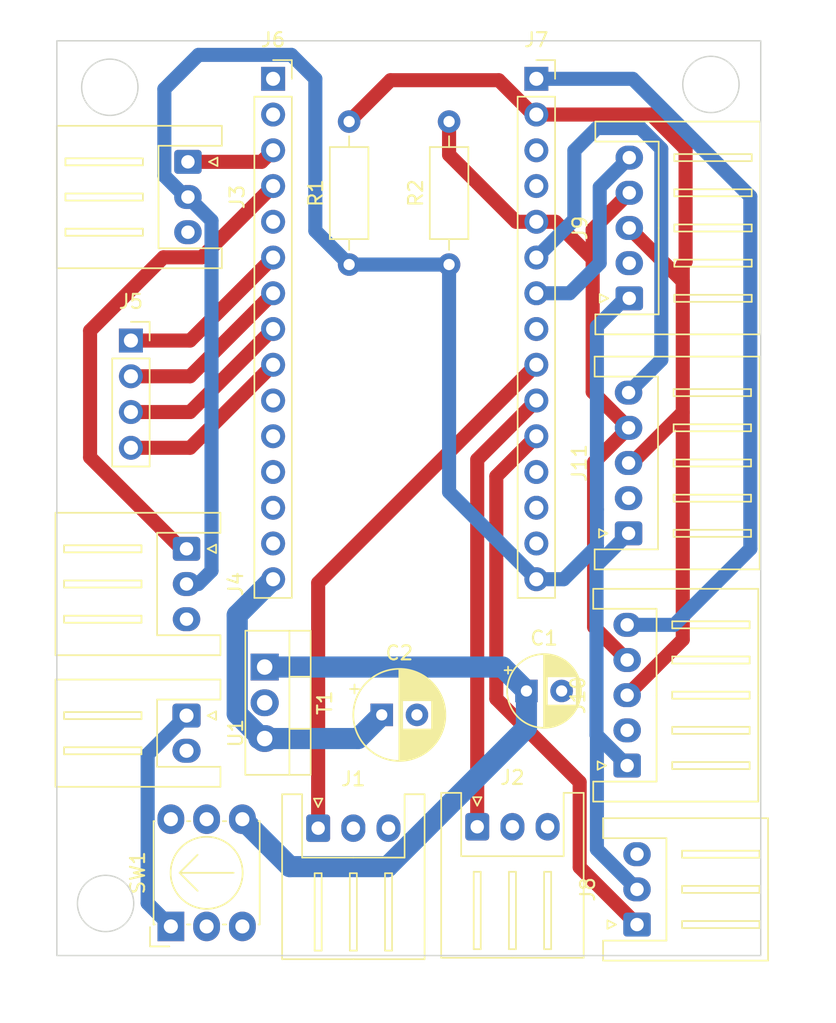
<source format=kicad_pcb>
(kicad_pcb (version 20211014) (generator pcbnew)
  (layers (0 "F.Cu" signal) (31 "B.Cu" signal) (34 "B.Paste" user) (35 "F.Paste" user) (36 "B.SilkS" user "B.Silkscreen") (37 "F.SilkS" user "F.Silkscreen") (38 "B.Mask" user) (39 "F.Mask" user) (44 "Edge.Cuts" user))
  (net 0 "")
  (net 1 "GND")
  (net 2 "5V")
  (net 3 "IR")
  (net 4 "BORDA1")
  (net 5 "BORDA2")
  (net 6 "32")
  (net 7 "SCL")
  (net 8 "SDA")
  (net 9 "X1")
  (net 10 "X2")
  (net 11 "X3")
  (net 12 "ESC1")
  (net 13 "ESC2")
  (net 16 "3V3")
  (net 17 "Net-(C1-Pad1)")
  (net 18 "33")
  (net 19 "25")
  (net 20 "26")
  (net 22 "Net-(SW1-Pad1)")
  (footprint "Connector_JST:JST_XH_S3B-XH-A_1x03_P2.50mm_Horizontal" (layer "F.Cu") (at 136.7 102.95)
    (fp_text reference "J1" (at 2.5 -3.5) (layer "F.SilkS"))
    (fp_text value "Conn_01x03")
    (pad "1" thru_hole roundrect (at 0 0) (size 1.7 1.95) (drill 0.95) (layers *.Cu *.Mask) (roundrect_rratio 0.147059) (net 12 "ESC1"))
    (pad "2" thru_hole oval (at 2.5 0) (size 1.7 1.95) (drill 0.95) (layers *.Cu *.Mask))
    (pad "3" thru_hole oval (at 5 0) (size 1.7 1.95) (drill 0.95) (layers *.Cu *.Mask) (net 1 "GND"))
  )
  (footprint "Package_TO_SOT_THT:TO-220-3_Vertical" (layer "F.Cu") (at 132.9 91.5 -90)
    (fp_text reference "T1" (at 2.54 -4.27 90) (layer "F.SilkS"))
    (fp_text value "LM7805T")
    (pad "1" thru_hole rect (at 0 0 270) (size 1.905 2) (drill 1.1) (layers *.Cu *.Mask) (net 17 "Net-(C1-Pad1)"))
    (pad "2" thru_hole oval (at 2.54 0 270) (size 1.905 2) (drill 1.1) (layers *.Cu *.Mask) (net 1 "GND"))
    (pad "3" thru_hole oval (at 5.08 0 270) (size 1.905 2) (drill 1.1) (layers *.Cu *.Mask) (net 2 "5V"))
  )
  (footprint "Capacitor_THT:CP_Radial_D6.3mm_P2.50mm" (layer "F.Cu") (at 141.217621 94.9)
    (fp_text reference "C2" (at 1.25 -4.4) (layer "F.SilkS"))
    (fp_text value "100 uF")
    (pad "1" thru_hole rect (at 0 0) (size 1.6 1.6) (drill 0.8) (layers *.Cu *.Mask) (net 2 "5V"))
    (pad "2" thru_hole circle (at 2.5 0) (size 1.6 1.6) (drill 0.8) (layers *.Cu *.Mask) (net 1 "GND"))
  )
  (footprint "Resistor_THT:R_Axial_DIN0207_L6.3mm_D2.5mm_P10.16mm_Horizontal" (layer "F.Cu") (at 138.9 62.9 90)
    (fp_text reference "R1" (at 5.08 -2.37 90) (layer "F.SilkS"))
    (fp_text value "4K7")
    (pad "1" thru_hole circle (at 0 0 90) (size 1.6 1.6) (drill 0.8) (layers *.Cu *.Mask) (net 16 "3V3"))
    (pad "2" thru_hole oval (at 10.16 0 90) (size 1.6 1.6) (drill 0.8) (layers *.Cu *.Mask) (net 7 "SCL"))
  )
  (footprint "Connector_PinSocket_2.54mm:PinSocket_1x15_P2.54mm_Vertical" (layer "F.Cu") (at 152.2 49.7)
    (fp_text reference "J7" (at 0 -2.77) (layer "F.SilkS"))
    (fp_text value "Conn_01x15_Female")
    (pad "1" thru_hole rect (at 0 0) (size 1.7 1.7) (drill 1) (layers *.Cu *.Mask) (net 9 "X1"))
    (pad "2" thru_hole oval (at 0 2.54) (size 1.7 1.7) (drill 1) (layers *.Cu *.Mask) (net 7 "SCL"))
    (pad "3" thru_hole oval (at 0 5.08) (size 1.7 1.7) (drill 1) (layers *.Cu *.Mask))
    (pad "4" thru_hole oval (at 0 7.62) (size 1.7 1.7) (drill 1) (layers *.Cu *.Mask))
    (pad "5" thru_hole oval (at 0 10.16) (size 1.7 1.7) (drill 1) (layers *.Cu *.Mask) (net 8 "SDA"))
    (pad "6" thru_hole oval (at 0 12.7) (size 1.7 1.7) (drill 1) (layers *.Cu *.Mask) (net 10 "X2"))
    (pad "7" thru_hole oval (at 0 15.24) (size 1.7 1.7) (drill 1) (layers *.Cu *.Mask) (net 11 "X3"))
    (pad "8" thru_hole oval (at 0 17.78) (size 1.7 1.7) (drill 1) (layers *.Cu *.Mask))
    (pad "9" thru_hole oval (at 0 20.32) (size 1.7 1.7) (drill 1) (layers *.Cu *.Mask) (net 12 "ESC1"))
    (pad "10" thru_hole oval (at 0 22.86) (size 1.7 1.7) (drill 1) (layers *.Cu *.Mask) (net 13 "ESC2"))
    (pad "11" thru_hole oval (at 0 25.4) (size 1.7 1.7) (drill 1) (layers *.Cu *.Mask) (net 3 "IR"))
    (pad "12" thru_hole oval (at 0 27.94) (size 1.7 1.7) (drill 1) (layers *.Cu *.Mask))
    (pad "13" thru_hole oval (at 0 30.48) (size 1.7 1.7) (drill 1) (layers *.Cu *.Mask))
    (pad "14" thru_hole oval (at 0 33.02) (size 1.7 1.7) (drill 1) (layers *.Cu *.Mask) (net 1 "GND"))
    (pad "15" thru_hole oval (at 0 35.56) (size 1.7 1.7) (drill 1) (layers *.Cu *.Mask) (net 16 "3V3"))
  )
  (footprint "Capacitor_THT:CP_Radial_D5.0mm_P2.50mm" (layer "F.Cu") (at 151.494888 93.2)
    (fp_text reference "C1" (at 1.25 -3.75) (layer "F.SilkS"))
    (fp_text value "10 uF")
    (pad "1" thru_hole rect (at 0 0) (size 1.6 1.6) (drill 0.8) (layers *.Cu *.Mask) (net 17 "Net-(C1-Pad1)"))
    (pad "2" thru_hole circle (at 2.5 0) (size 1.6 1.6) (drill 0.8) (layers *.Cu *.Mask) (net 1 "GND"))
  )
  (footprint "Resistor_THT:R_Axial_DIN0207_L6.3mm_D2.5mm_P10.16mm_Horizontal" (layer "F.Cu") (at 146 62.9 90)
    (fp_text reference "R2" (at 5.08 -2.37 90) (layer "F.SilkS"))
    (fp_text value "4K7")
    (pad "1" thru_hole circle (at 0 0 90) (size 1.6 1.6) (drill 0.8) (layers *.Cu *.Mask) (net 16 "3V3"))
    (pad "2" thru_hole oval (at 10.16 0 90) (size 1.6 1.6) (drill 0.8) (layers *.Cu *.Mask) (net 8 "SDA"))
  )
  (footprint "Connector_JST:JST_XH_S3B-XH-A_1x03_P2.50mm_Horizontal" (layer "F.Cu") (at 127.35 83.1 -90)
    (fp_text reference "J4" (at 2.5 -3.5 -90) (layer "F.SilkS"))
    (fp_text value "QRE1113")
    (pad "1" thru_hole roundrect (at 0 0 270) (size 1.7 1.95) (drill 0.95) (layers *.Cu *.Mask) (roundrect_rratio 0.147059) (net 5 "BORDA2"))
    (pad "2" thru_hole oval (at 2.5 0 270) (size 1.7 1.95) (drill 0.95) (layers *.Cu *.Mask) (net 16 "3V3"))
    (pad "3" thru_hole oval (at 5 0 270) (size 1.7 1.95) (drill 0.95) (layers *.Cu *.Mask) (net 1 "GND"))
  )
  (footprint "Connector_JST:JST_XH_S5B-XH-A_1x05_P2.50mm_Horizontal" (layer "F.Cu") (at 158.8 65.3 90)
    (fp_text reference "J9" (at 5 -3.5 90) (layer "F.SilkS"))
    (fp_text value "VL53L0X")
    (pad "1" thru_hole roundrect (at 0 0 90) (size 1.7 1.95) (drill 0.95) (layers *.Cu *.Mask) (roundrect_rratio 0.147059) (net 16 "3V3"))
    (pad "2" thru_hole oval (at 2.5 0 90) (size 1.7 1.95) (drill 0.95) (layers *.Cu *.Mask) (net 1 "GND"))
    (pad "3" thru_hole oval (at 5 0 90) (size 1.7 1.95) (drill 0.95) (layers *.Cu *.Mask) (net 7 "SCL"))
    (pad "4" thru_hole oval (at 7.5 0 90) (size 1.7 1.95) (drill 0.95) (layers *.Cu *.Mask) (net 8 "SDA"))
    (pad "5" thru_hole oval (at 10 0 90) (size 1.7 1.95) (drill 0.95) (layers *.Cu *.Mask) (net 11 "X3"))
  )
  (footprint "Connector_JST:JST_XH_S5B-XH-A_1x05_P2.50mm_Horizontal" (layer "F.Cu") (at 158.65 98.5 90)
    (fp_text reference "J10" (at 5 -3.5 90) (layer "F.SilkS"))
    (fp_text value "VL53L0X")
    (pad "1" thru_hole roundrect (at 0 0 90) (size 1.7 1.95) (drill 0.95) (layers *.Cu *.Mask) (roundrect_rratio 0.147059) (net 16 "3V3"))
    (pad "2" thru_hole oval (at 2.5 0 90) (size 1.7 1.95) (drill 0.95) (layers *.Cu *.Mask) (net 1 "GND"))
    (pad "3" thru_hole oval (at 5 0 90) (size 1.7 1.95) (drill 0.95) (layers *.Cu *.Mask) (net 7 "SCL"))
    (pad "4" thru_hole oval (at 7.5 0 90) (size 1.7 1.95) (drill 0.95) (layers *.Cu *.Mask) (net 8 "SDA"))
    (pad "5" thru_hole oval (at 10 0 90) (size 1.7 1.95) (drill 0.95) (layers *.Cu *.Mask) (net 9 "X1"))
  )
  (footprint "Button_Switch_THT:Nidec_Copal_SH-7010C" (layer "F.Cu") (at 126.2375 109.9325 90)
    (fp_text reference "SW1" (at 3.81 -2.36 90) (layer "F.SilkS"))
    (fp_text value "SW_Push")
    (pad "1" thru_hole rect (at 0 0 90) (size 2.1 1.9) (drill 1) (layers *.Cu *.Mask) (net 22 "Net-(SW1-Pad1)"))
    (pad "2" thru_hole oval (at 7.62 5.08 90) (size 2.1 1.9) (drill 1) (layers *.Cu *.Mask) (net 17 "Net-(C1-Pad1)"))
    (pad "4" thru_hole oval (at 0 5.08 90) (size 2.1 1.9) (drill 1) (layers *.Cu *.Mask))
    (pad "8" thru_hole oval (at 7.62 0 90) (size 2.1 1.9) (drill 1) (layers *.Cu *.Mask))
    (pad "C" thru_hole oval (at 0 2.54 90) (size 2.1 1.9) (drill 1) (layers *.Cu *.Mask))
    (pad "C" thru_hole oval (at 7.62 2.54 90) (size 2.1 1.9) (drill 1) (layers *.Cu *.Mask))
  )
  (footprint "Connector_JST:JST_XH_S2B-XH-A_1x02_P2.50mm_Horizontal" (layer "F.Cu") (at 127.35 94.95 -90)
    (fp_text reference "U1" (at 1.25 -3.5 90) (layer "F.SilkS"))
    (fp_text value "BATERIA")
    (pad "1" thru_hole roundrect (at 0 0 270) (size 1.7 2) (drill 1) (layers *.Cu *.Mask) (roundrect_rratio 0.147059) (net 22 "Net-(SW1-Pad1)"))
    (pad "2" thru_hole oval (at 2.5 0 270) (size 1.7 2) (drill 1) (layers *.Cu *.Mask) (net 1 "GND"))
  )
  (footprint "Connector_PinSocket_2.54mm:PinSocket_1x04_P2.54mm_Vertical" (layer "F.Cu") (at 123.4 68.3)
    (fp_text reference "J5" (at 0 -2.77) (layer "F.SilkS"))
    (fp_text value "Conn_01x04_Female")
    (pad "1" thru_hole rect (at 0 0) (size 1.7 1.7) (drill 1) (layers *.Cu *.Mask) (net 6 "32"))
    (pad "2" thru_hole oval (at 0 2.54) (size 1.7 1.7) (drill 1) (layers *.Cu *.Mask) (net 18 "33"))
    (pad "3" thru_hole oval (at 0 5.08) (size 1.7 1.7) (drill 1) (layers *.Cu *.Mask) (net 19 "25"))
    (pad "4" thru_hole oval (at 0 7.62) (size 1.7 1.7) (drill 1) (layers *.Cu *.Mask) (net 20 "26"))
  )
  (footprint "Connector_JST:JST_XH_S5B-XH-A_1x05_P2.50mm_Horizontal" (layer "F.Cu") (at 158.75 82 90)
    (fp_text reference "J11" (at 5 -3.5 90) (layer "F.SilkS"))
    (fp_text value "VL53L0X")
    (pad "1" thru_hole roundrect (at 0 0 90) (size 1.7 1.95) (drill 0.95) (layers *.Cu *.Mask) (roundrect_rratio 0.147059) (net 16 "3V3"))
    (pad "2" thru_hole oval (at 2.5 0 90) (size 1.7 1.95) (drill 0.95) (layers *.Cu *.Mask) (net 1 "GND"))
    (pad "3" thru_hole oval (at 5 0 90) (size 1.7 1.95) (drill 0.95) (layers *.Cu *.Mask) (net 7 "SCL"))
    (pad "4" thru_hole oval (at 7.5 0 90) (size 1.7 1.95) (drill 0.95) (layers *.Cu *.Mask) (net 8 "SDA"))
    (pad "5" thru_hole oval (at 10 0 90) (size 1.7 1.95) (drill 0.95) (layers *.Cu *.Mask) (net 10 "X2"))
  )
  (footprint "Connector_PinSocket_2.54mm:PinSocket_1x15_P2.54mm_Vertical" (layer "F.Cu") (at 133.5 49.7)
    (fp_text reference "J6" (at 0 -2.77) (layer "F.SilkS"))
    (fp_text value "Conn_01x15_Female")
    (pad "1" thru_hole rect (at 0 0) (size 1.7 1.7) (drill 1) (layers *.Cu *.Mask))
    (pad "2" thru_hole oval (at 0 2.54) (size 1.7 1.7) (drill 1) (layers *.Cu *.Mask))
    (pad "3" thru_hole oval (at 0 5.08) (size 1.7 1.7) (drill 1) (layers *.Cu *.Mask) (net 4 "BORDA1"))
    (pad "4" thru_hole oval (at 0 7.62) (size 1.7 1.7) (drill 1) (layers *.Cu *.Mask) (net 5 "BORDA2"))
    (pad "5" thru_hole oval (at 0 10.16) (size 1.7 1.7) (drill 1) (layers *.Cu *.Mask))
    (pad "6" thru_hole oval (at 0 12.7) (size 1.7 1.7) (drill 1) (layers *.Cu *.Mask) (net 6 "32"))
    (pad "7" thru_hole oval (at 0 15.24) (size 1.7 1.7) (drill 1) (layers *.Cu *.Mask) (net 18 "33"))
    (pad "8" thru_hole oval (at 0 17.78) (size 1.7 1.7) (drill 1) (layers *.Cu *.Mask) (net 19 "25"))
    (pad "9" thru_hole oval (at 0 20.32) (size 1.7 1.7) (drill 1) (layers *.Cu *.Mask) (net 20 "26"))
    (pad "10" thru_hole oval (at 0 22.86) (size 1.7 1.7) (drill 1) (layers *.Cu *.Mask))
    (pad "11" thru_hole oval (at 0 25.4) (size 1.7 1.7) (drill 1) (layers *.Cu *.Mask))
    (pad "12" thru_hole oval (at 0 27.94) (size 1.7 1.7) (drill 1) (layers *.Cu *.Mask))
    (pad "13" thru_hole oval (at 0 30.48) (size 1.7 1.7) (drill 1) (layers *.Cu *.Mask))
    (pad "14" thru_hole oval (at 0 33.02) (size 1.7 1.7) (drill 1) (layers *.Cu *.Mask) (net 1 "GND"))
    (pad "15" thru_hole oval (at 0 35.56) (size 1.7 1.7) (drill 1) (layers *.Cu *.Mask) (net 2 "5V"))
  )
  (footprint "Connector_JST:JST_XH_S3B-XH-A_1x03_P2.50mm_Horizontal" (layer "F.Cu") (at 127.45 55.6 -90)
    (fp_text reference "J3" (at 2.5 -3.5 90) (layer "F.SilkS"))
    (fp_text value "QRE1113")
    (pad "1" thru_hole roundrect (at 0 0 270) (size 1.7 1.95) (drill 0.95) (layers *.Cu *.Mask) (roundrect_rratio 0.147059) (net 4 "BORDA1"))
    (pad "2" thru_hole oval (at 2.5 0 270) (size 1.7 1.95) (drill 0.95) (layers *.Cu *.Mask) (net 16 "3V3"))
    (pad "3" thru_hole oval (at 5 0 270) (size 1.7 1.95) (drill 0.95) (layers *.Cu *.Mask) (net 1 "GND"))
  )
  (footprint "Connector_JST:JST_XH_S3B-XH-A_1x03_P2.50mm_Horizontal" (layer "F.Cu") (at 148 102.85)
    (fp_text reference "J2" (at 2.5 -3.5) (layer "F.SilkS"))
    (fp_text value "Conn_01x03")
    (pad "1" thru_hole roundrect (at 0 0) (size 1.7 1.95) (drill 0.95) (layers *.Cu *.Mask) (roundrect_rratio 0.147059) (net 13 "ESC2"))
    (pad "2" thru_hole oval (at 2.5 0) (size 1.7 1.95) (drill 0.95) (layers *.Cu *.Mask))
    (pad "3" thru_hole oval (at 5 0) (size 1.7 1.95) (drill 0.95) (layers *.Cu *.Mask) (net 1 "GND"))
  )
  (footprint "Connector_JST:JST_XH_S3B-XH-A_1x03_P2.50mm_Horizontal" (layer "F.Cu") (at 159.35 109.8 90)
    (fp_text reference "J8" (at 2.5 -3.5 90) (layer "F.SilkS"))
    (fp_text value "VS1838B")
    (pad "1" thru_hole roundrect (at 0 0 90) (size 1.7 1.95) (drill 0.95) (layers *.Cu *.Mask) (roundrect_rratio 0.147059) (net 3 "IR"))
    (pad "2" thru_hole oval (at 2.5 0 90) (size 1.7 1.95) (drill 0.95) (layers *.Cu *.Mask) (net 16 "3V3"))
    (pad "3" thru_hole oval (at 5 0 90) (size 1.7 1.95) (drill 0.95) (layers *.Cu *.Mask) (net 1 "GND"))
  )
  (gr_circle (center 121.9 50.3) (end 123.9 50.3) (layer "Edge.Cuts") (width 0.1) (fill none))
  (gr_circle (center 164.6 50.1) (end 166.6 50.1) (layer "Edge.Cuts") (width 0.1) (fill none))
  (gr_circle (center 121.6 108.3) (end 123.6 108.3) (layer "Edge.Cuts") (width 0.1) (fill none))
  (gr_rect (start 118.1386 47) (end 168.1386 112) (layer "Edge.Cuts") (width 0.1) (fill none))
  (segment (start 130.95 94.828041) (end 130.95 87.81) (width 1.5) (layer "B.Cu") (net 2))
  (segment (start 132.9 96.58) (end 132.701959 96.58) (width 1.5) (layer "B.Cu") (net 2))
  (segment (start 139.537621 96.58) (end 141.217621 94.9) (width 1.5) (layer "B.Cu") (net 2))
  (segment (start 132.9 96.58) (end 139.537621 96.58) (width 1.5) (layer "B.Cu") (net 2))
  (segment (start 132.48 96.58) (end 132.9 96.58) (width 1.5) (layer "B.Cu") (net 2))
  (segment (start 132.701959 96.58) (end 130.95 94.828041) (width 1.5) (layer "B.Cu") (net 2))
  (segment (start 130.95 87.81) (end 133.5 85.26) (width 1.5) (layer "B.Cu") (net 2))
  (segment (start 149.355627 77.944373) (end 152.2 75.1) (width 1) (layer "F.Cu") (net 3))
  (segment (start 159.35 109.8) (end 155.276393 105.726393) (width 1) (layer "F.Cu") (net 3))
  (segment (start 155.276393 105.726393) (end 155.276393 99.676393) (width 1) (layer "F.Cu") (net 3))
  (segment (start 149.355627 93.755627) (end 149.355627 77.944373) (width 1) (layer "F.Cu") (net 3))
  (segment (start 155.276393 99.676393) (end 149.355627 93.755627) (width 1) (layer "F.Cu") (net 3))
  (segment (start 132.68 55.6) (end 133.5 54.78) (width 1) (layer "F.Cu") (net 4))
  (segment (start 127.45 55.6) (end 132.68 55.6) (width 1) (layer "F.Cu") (net 4))
  (segment (start 133.5 57.32) (end 128.434303 62.385697) (width 1) (layer "F.Cu") (net 5))
  (segment (start 125.714303 62.385697) (end 120.5 67.6) (width 1) (layer "F.Cu") (net 5))
  (segment (start 128.434303 62.385697) (end 125.714303 62.385697) (width 1) (layer "F.Cu") (net 5))
  (segment (start 127 83.1) (end 127.35 83.1) (width 1) (layer "F.Cu") (net 5))
  (segment (start 120.5 76.6) (end 127 83.1) (width 1) (layer "F.Cu") (net 5))
  (segment (start 120.5 67.6) (end 120.5 76.6) (width 1) (layer "F.Cu") (net 5))
  (segment (start 133.5 62.4) (end 127.6 68.3) (width 1) (layer "F.Cu") (net 6))
  (segment (start 123.4 68.3) (end 127.6 68.3) (width 1) (layer "F.Cu") (net 6))
  (segment (start 162.8 62.7) (end 162.6 62.9) (width 1) (layer "F.Cu") (net 7))
  (segment (start 162.6 64.1) (end 162.6 64.9) (width 1) (layer "F.Cu") (net 7))
  (segment (start 138.9 52.74) (end 141.84 49.8) (width 1) (layer "F.Cu") (net 7))
  (segment (start 162.6 64.9) (end 162.6 89.55) (width 1) (layer "F.Cu") (net 7))
  (segment (start 158.75 77) (end 159 77) (width 1) (layer "F.Cu") (net 7))
  (segment (start 152.2 52.24) (end 151.971497 52.24) (width 1) (layer "F.Cu") (net 7))
  (segment (start 162.6 62.9) (end 162.6 64.9) (width 1) (layer "F.Cu") (net 7))
  (segment (start 159 77) (end 162.6 73.4) (width 1) (layer "F.Cu") (net 7))
  (segment (start 151.971497 52.24) (end 149.531497 49.8) (width 1) (layer "F.Cu") (net 7))
  (segment (start 158.65 93.5) (end 158.7 93.5) (width 1) (layer "F.Cu") (net 7))
  (segment (start 160.34 52.24) (end 162.8 54.7) (width 1) (layer "F.Cu") (net 7))
  (segment (start 158.8 60.3) (end 162.6 64.1) (width 1) (layer "F.Cu") (net 7))
  (segment (start 162.6 89.55) (end 158.65 93.5) (width 1) (layer "F.Cu") (net 7))
  (segment (start 162.8 54.7) (end 162.8 62.7) (width 1) (layer "F.Cu") (net 7))
  (segment (start 141.84 49.8) (end 149.531497 49.8) (width 1) (layer "F.Cu") (net 7))
  (segment (start 152.2 52.24) (end 160.34 52.24) (width 1) (layer "F.Cu") (net 7))
  (segment (start 156.3 76.95) (end 158.75 74.5) (width 1) (layer "F.Cu") (net 8))
  (segment (start 152.2 59.86) (end 153.56 59.86) (width 1) (layer "F.Cu") (net 8))
  (segment (start 156.2 60.4) (end 158.8 57.8) (width 1) (layer "F.Cu") (net 8))
  (segment (start 150.76 59.86) (end 146 55.1) (width 1) (layer "F.Cu") (net 8))
  (segment (start 156.2 71.95) (end 156.2 62.5) (width 1) (layer "F.Cu") (net 8))
  (segment (start 153.56 59.86) (end 156.2 62.5) (width 1) (layer "F.Cu") (net 8))
  (segment (start 156.3 88.65) (end 156.3 76.95) (width 1) (layer "F.Cu") (net 8))
  (segment (start 156.2 62.5) (end 156.2 60.4) (width 1) (layer "F.Cu") (net 8))
  (segment (start 158.75 74.5) (end 156.2 71.95) (width 1) (layer "F.Cu") (net 8))
  (segment (start 152.2 59.86) (end 150.76 59.86) (width 1) (layer "F.Cu") (net 8))
  (segment (start 158.65 91) (end 156.3 88.65) (width 1) (layer "F.Cu") (net 8))
  (segment (start 146 55.1) (end 146 52.74) (width 1) (layer "F.Cu") (net 8))
  (segment (start 158.65 88.5) (end 162 88.5) (width 1) (layer "B.Cu") (net 9))
  (segment (start 162 88.5) (end 167.4 83.1) (width 1) (layer "B.Cu") (net 9))
  (segment (start 167.4 83.1) (end 167.4 58.0614) (width 1) (layer "B.Cu") (net 9))
  (segment (start 159.0386 49.7) (end 152.2 49.7) (width 1) (layer "B.Cu") (net 9))
  (segment (start 167.4 58.0614) (end 159.0386 49.7) (width 1) (layer "B.Cu") (net 9))
  (segment (start 161.076393 54.676393) (end 161.076393 69.673607) (width 1) (layer "B.Cu") (net 10))
  (segment (start 161.076393 69.673607) (end 158.75 72) (width 1) (layer "B.Cu") (net 10))
  (segment (start 154.9 59.8) (end 154.9 54.8) (width 1) (layer "B.Cu") (net 10))
  (segment (start 154.8 59.8) (end 152.2 62.4) (width 1) (layer "B.Cu") (net 10))
  (segment (start 159.6 53.2) (end 161.076393 54.676393) (width 1) (layer "B.Cu") (net 10))
  (segment (start 154.9 54.8) (end 156.5 53.2) (width 1) (layer "B.Cu") (net 10))
  (segment (start 156.5 53.2) (end 159.6 53.2) (width 1) (layer "B.Cu") (net 10))
  (segment (start 154.9 59.8) (end 154.8 59.8) (width 1) (layer "B.Cu") (net 10))
  (segment (start 154.56 64.94) (end 152.2 64.94) (width 1) (layer "B.Cu") (net 11))
  (segment (start 156.7 57.4) (end 158.8 55.3) (width 1) (layer "B.Cu") (net 11))
  (segment (start 156.7 62.8) (end 154.56 64.94) (width 1) (layer "B.Cu") (net 11))
  (segment (start 156.7 62.8) (end 156.7 57.4) (width 1) (layer "B.Cu") (net 11))
  (segment (start 136.7 102.95) (end 136.7 85.52) (width 1) (layer "F.Cu") (net 12))
  (segment (start 136.7 85.52) (end 152.2 70.02) (width 1) (layer "F.Cu") (net 12))
  (segment (start 152.2 72.56) (end 148 76.76) (width 1) (layer "F.Cu") (net 13))
  (segment (start 148 76.76) (end 148 102.85) (width 1) (layer "F.Cu") (net 13))
  (segment (start 125.775 50.425) (end 128.2 48) (width 1) (layer "B.Cu") (net 16))
  (segment (start 127.45 58.1) (end 127.281497 58.1) (width 1) (layer "B.Cu") (net 16))
  (segment (start 136.5 49.7) (end 136.5 60.5) (width 1) (layer "B.Cu") (net 16))
  (segment (start 156.5 80.3) (end 156.5 67.3) (width 1) (layer "B.Cu") (net 16))
  (segment (start 156.5 67.3) (end 158.5 65.3) (width 1) (layer "B.Cu") (net 16))
  (segment (start 134.8 48) (end 136.5 49.7) (width 1) (layer "B.Cu") (net 16))
  (segment (start 129.125 59.775) (end 127.45 58.1) (width 1) (layer "B.Cu") (net 16))
  (segment (start 127.35 85.6) (end 128.182969 85.6) (width 1) (layer "B.Cu") (net 16))
  (segment (start 156.473607 96.323607) (end 156.473607 84.276393) (width 1) (layer "B.Cu") (net 16))
  (segment (start 128.2 48) (end 134.8 48) (width 1) (layer "B.Cu") (net 16))
  (segment (start 154.14 85.26) (end 156.5 82.9) (width 1) (layer "B.Cu") (net 16))
  (segment (start 129.125 84.657969) (end 129.125 59.775) (width 1) (layer "B.Cu") (net 16))
  (segment (start 152.2 85.26) (end 154.14 85.26) (width 1) (layer "B.Cu") (net 16))
  (segment (start 156.473607 84.276393) (end 158.75 82) (width 1) (layer "B.Cu") (net 16))
  (segment (start 146 62.9) (end 146 79.06) (width 1) (layer "B.Cu") (net 16))
  (segment (start 158.65 98.5) (end 156.473607 96.323607) (width 1) (layer "B.Cu") (net 16))
  (segment (start 128.182969 85.6) (end 129.125 84.657969) (width 1) (layer "B.Cu") (net 16))
  (segment (start 158.5 65.3) (end 158.8 65.3) (width 1) (layer "B.Cu") (net 16))
  (segment (start 156.5 82.9) (end 156.5 80.3) (width 1) (layer "B.Cu") (net 16))
  (segment (start 156.5 104.45) (end 156.5 96.35) (width 1) (layer "B.Cu") (net 16))
  (segment (start 125.775 56.593503) (end 125.775 50.425) (width 1) (layer "B.Cu") (net 16))
  (segment (start 127.281497 58.1) (end 125.775 56.593503) (width 1) (layer "B.Cu") (net 16))
  (segment (start 159.35 107.3) (end 156.5 104.45) (width 1) (layer "B.Cu") (net 16))
  (segment (start 146 79.06) (end 152.2 85.26) (width 1) (layer "B.Cu") (net 16))
  (segment (start 136.5 60.5) (end 138.9 62.9) (width 1) (layer "B.Cu") (net 16))
  (segment (start 156.5 96.35) (end 156.473607 96.323607) (width 1) (layer "B.Cu") (net 16))
  (segment (start 138.9 62.9) (end 146 62.9) (width 1) (layer "B.Cu") (net 16))
  (segment (start 156.5 84.25) (end 156.5 82.9) (width 1) (layer "B.Cu") (net 16))
  (segment (start 156.473607 84.276393) (end 156.5 84.25) (width 1) (layer "B.Cu") (net 16))
  (segment (start 141.637084 105.6835) (end 134.6885 105.6835) (width 1.5) (layer "B.Cu") (net 17))
  (segment (start 134.6885 105.6835) (end 131.3175 102.3125) (width 1.5) (layer "B.Cu") (net 17))
  (segment (start 151.494888 93.2) (end 151.494888 95.825696) (width 1.5) (layer "B.Cu") (net 17))
  (segment (start 149.794888 91.5) (end 132.9 91.5) (width 1.5) (layer "B.Cu") (net 17))
  (segment (start 151.494888 95.825696) (end 141.637084 105.6835) (width 1.5) (layer "B.Cu") (net 17))
  (segment (start 151.494888 93.2) (end 149.794888 91.5) (width 1.5) (layer "B.Cu") (net 17))
  (segment (start 127.6 70.84) (end 133.5 64.94) (width 1) (layer "F.Cu") (net 18))
  (segment (start 123.4 70.84) (end 127.6 70.84) (width 1) (layer "F.Cu") (net 18))
  (segment (start 127.6 73.38) (end 133.5 67.48) (width 1) (layer "F.Cu") (net 19))
  (segment (start 123.4 73.38) (end 127.6 73.38) (width 1) (layer "F.Cu") (net 19))
  (segment (start 127.6 75.92) (end 133.5 70.02) (width 1) (layer "F.Cu") (net 20))
  (segment (start 123.4 75.92) (end 127.6 75.92) (width 1) (layer "F.Cu") (net 20))
  (segment (start 124.5875 97.7125) (end 127.35 94.95) (width 1) (layer "B.Cu") (net 22))
  (segment (start 124.5875 108.2825) (end 124.5875 97.7125) (width 1) (layer "B.Cu") (net 22))
  (segment (start 126.2375 109.9325) (end 124.5875 108.2825) (width 1) (layer "B.Cu") (net 22))
)
</source>
